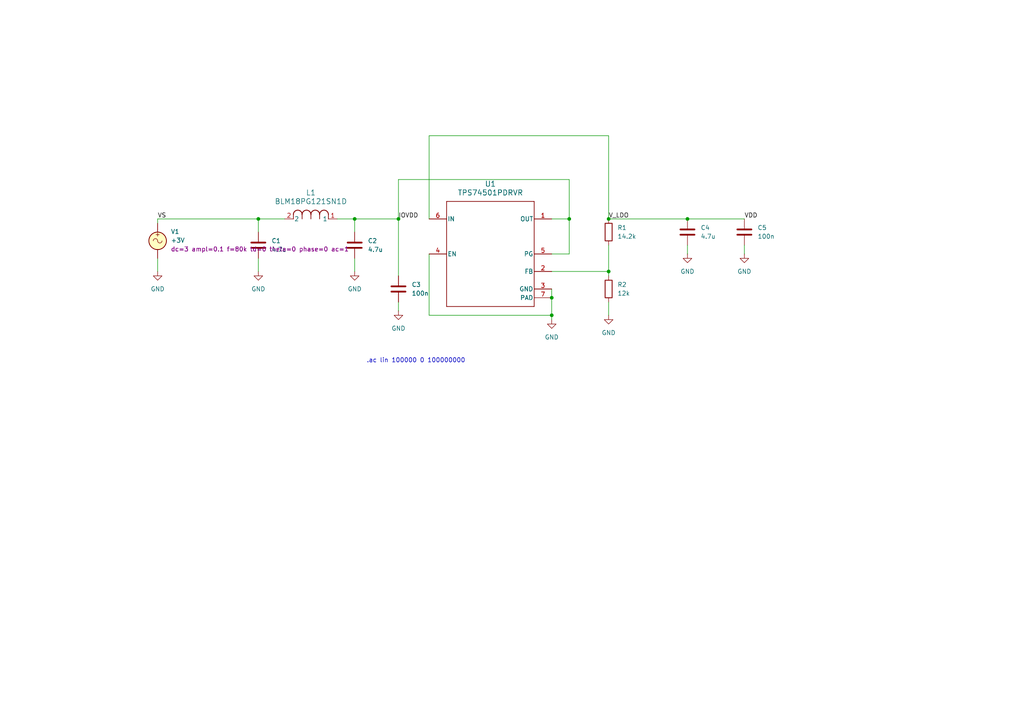
<source format=kicad_sch>
(kicad_sch (version 20231120) (generator "eeschema") (generator_version "8.0")
  (paper "A4")
  (lib_symbols
    (symbol "2024-09-16_06-39-17:BLM18PG121SN1D" (pin_names (offset 0.254))
      (property "Reference" "L" (at 6.985 5.08 0))
      (property "Value" "BLM18PG121SN1D" (at 6.985 -2.54 0))
      (symbol "BLM18PG121SN1D_1_1"
        (polyline (pts (xy 2.54 0) (xy 2.54 1.27)) (stroke (width 0.2032)))
        (polyline (pts (xy 5.08 0) (xy 5.08 1.27)) (stroke (width 0.2032)))
        (polyline (pts (xy 7.62 0) (xy 7.62 1.27)) (stroke (width 0.2032)))
        (polyline (pts (xy 10.16 0) (xy 10.16 1.27)) (stroke (width 0.2032)))
        (polyline (pts (xy 12.7 0) (xy 12.7 1.27)) (stroke (width 0.2032)))
        (arc (start 5.08 1.27) (mid 3.81 2.5344) (end 2.54 1.27) (stroke (width 0.254)))
        (arc (start 7.62 1.27) (mid 6.35 2.5344) (end 5.08 1.27) (stroke (width 0.254)))
        (arc (start 10.16 1.27) (mid 8.89 2.5344) (end 7.62 1.27) (stroke (width 0.254)))
        (arc (start 12.7 1.27) (mid 11.43 2.5344) (end 10.16 1.27) (stroke (width 0.254)))
        (pin unspecified line (at 15.24 0 180) (length 2.54) (name "1") (number "1"))
        (pin unspecified line (at 0 0 0) (length 2.54) (name "2") (number "2"))
      )
      (symbol "BLM18PG121SN1D_1_2"
        (arc (start -1.27 5.08) (mid -2.5344 3.81) (end -1.27 2.54) (stroke (width 0.254)))
        (arc (start -1.27 7.62) (mid -2.5344 6.35) (end -1.27 5.08) (stroke (width 0.254)))
        (arc (start -1.27 10.16) (mid -2.5344 8.89) (end -1.27 7.62) (stroke (width 0.254)))
        (arc (start -1.27 12.7) (mid -2.5344 11.43) (end -1.27 10.16) (stroke (width 0.254)))
        (polyline (pts (xy 0 2.54) (xy -1.27 2.54)) (stroke (width 0.2032)))
        (polyline (pts (xy 0 5.08) (xy -1.27 5.08)) (stroke (width 0.2032)))
        (polyline (pts (xy 0 7.62) (xy -1.27 7.62)) (stroke (width 0.2032)))
        (polyline (pts (xy 0 10.16) (xy -1.27 10.16)) (stroke (width 0.2032)))
        (polyline (pts (xy 0 12.7) (xy -1.27 12.7)) (stroke (width 0.2032)))
        (pin unspecified line (at 0 15.24 270) (length 2.54) (name "1") (number "1"))
        (pin unspecified line (at 0 0 90) (length 2.54) (name "2") (number "2"))
      )
    )
    (symbol "Device:C" (pin_numbers hide) (pin_names (offset 0.254))
      (property "Reference" "C" (at 0.635 2.54 0))
      (property "Value" "C" (at 0.635 -2.54 0))
      (symbol "C_0_1"
        (polyline (pts (xy -2.032 -0.762) (xy 2.032 -0.762)) (stroke (width 0.508)))
        (polyline (pts (xy -2.032 0.762) (xy 2.032 0.762)) (stroke (width 0.508)))
      )
      (symbol "C_1_1"
        (pin passive line (at 0 3.81 270) (length 2.794) (name "~") (number "1"))
        (pin passive line (at 0 -3.81 90) (length 2.794) (name "~") (number "2"))
      )
    )
    (symbol "Device:R" (pin_numbers hide) (pin_names (offset 0))
      (property "Reference" "R" (at 2.032 0 90))
      (property "Value" "R" (at 0 0 90))
      (symbol "R_0_1"
        (rectangle (start -1.016 -2.54) (end 1.016 2.54) (stroke (width 0.254)))
      )
      (symbol "R_1_1"
        (pin passive line (at 0 3.81 270) (length 1.27) (name "~") (number "1"))
        (pin passive line (at 0 -3.81 90) (length 1.27) (name "~") (number "2"))
      )
    )
    (symbol "Simulation_SPICE:VSIN" (pin_numbers hide) (pin_names (offset 0.0254))
      (property "Reference" "V" (at 2.54 2.54 0))
      (property "Value" "VSIN" (at 2.54 0 0))
      (property "Sim.Params" "dc=0 ampl=1 f=1k ac=1" (at 2.54 -2.54 0))
      (symbol "VSIN_0_0"
        (arc (start 0 0) (mid -0.635 0.6323) (end -1.27 0))
        (arc (start 0 0) (mid 0.635 -0.6323) (end 1.27 0))
        (text "+" (at 0 1.905 0) (effects (font (size 1.27 1.27))))
      )
      (symbol "VSIN_0_1"
        (circle (center 0 0) (radius 2.54) (stroke (width 0.254)) (fill (type background)))
      )
      (symbol "VSIN_1_1"
        (pin passive line (at 0 5.08 270) (length 2.54) (name "~") (number "1"))
        (pin passive line (at 0 -5.08 90) (length 2.54) (name "~") (number "2"))
      )
    )
    (symbol "TPS745_LDO:TPS74501PDRVR" (pin_names (offset 0.254))
      (property "Reference" "U" (at 0 2.54 0))
      (property "Value" "TPS74501PDRVR" (at 0 0 0))
      (symbol "TPS74501PDRVR_0_1"
        (polyline (pts (xy -12.7 -15.24) (xy 12.7 -15.24)) (stroke (width 0.2032)))
        (polyline (pts (xy -12.7 15.24) (xy -12.7 -15.24)) (stroke (width 0.2032)))
        (polyline (pts (xy 12.7 -15.24) (xy 12.7 15.24)) (stroke (width 0.2032)))
        (polyline (pts (xy 12.7 15.24) (xy -12.7 15.24)) (stroke (width 0.2032)))
        (pin power_in line (at 17.78 10.16 180) (length 5.08) (name "OUT") (number "1"))
        (pin input line (at 17.78 -5.08 180) (length 5.08) (name "FB") (number "2"))
        (pin power_in line (at 17.78 -10.16 180) (length 5.08) (name "GND") (number "3"))
        (pin input line (at -17.78 0 0) (length 5.08) (name "EN") (number "4"))
        (pin open_collector line (at 17.78 0 180) (length 5.08) (name "PG") (number "5"))
        (pin power_in line (at -17.78 10.16 0) (length 5.08) (name "IN") (number "6"))
        (pin power_in line (at 17.78 -12.7 180) (length 5.08) (name "PAD") (number "7"))
      )
    )
    (symbol "power:GND" (power) (pin_numbers hide) (pin_names (offset 0) hide)
      (property "Value" "GND" (at 0 -3.81 0))
      (symbol "GND_0_1"
        (polyline (pts (xy 0 0) (xy 0 -1.27) (xy 1.27 -1.27) (xy 0 -2.54) (xy -1.27 -1.27) (xy 0 -1.27)))
      )
      (symbol "GND_1_1"
        (pin power_in line (at 0 0 270) (length 0) (name "~") (number "1"))
      )
    )
  )
  (junction (at 160.02 91.44))
  (junction (at 74.93 63.5))
  (junction (at 165.1 63.5))
  (junction (at 176.53 63.5))
  (junction (at 199.39 63.5))
  (junction (at 115.57 63.5))
  (junction (at 160.02 86.36))
  (junction (at 102.87 63.5))
  (junction (at 176.53 78.74))
  (wire (pts (xy 74.93 63.5) (xy 74.93 67.31)))
  (wire (pts (xy 160.02 86.36) (xy 160.02 91.44)))
  (wire (pts (xy 176.53 78.74) (xy 160.02 78.74)))
  (wire (pts (xy 102.87 63.5) (xy 115.57 63.5)))
  (wire (pts (xy 74.93 74.93) (xy 74.93 78.74)))
  (wire (pts (xy 102.87 74.93) (xy 102.87 78.74)))
  (wire (pts (xy 160.02 91.44) (xy 160.02 92.71)))
  (wire (pts (xy 115.57 52.07) (xy 165.1 52.07)))
  (wire (pts (xy 115.57 87.63) (xy 115.57 90.17)))
  (wire (pts (xy 74.93 63.5) (xy 82.55 63.5)))
  (wire (pts (xy 176.53 78.74) (xy 176.53 80.01)))
  (wire (pts (xy 165.1 63.5) (xy 165.1 52.07)))
  (wire (pts (xy 160.02 83.82) (xy 160.02 86.36)))
  (wire (pts (xy 199.39 71.12) (xy 199.39 73.66)))
  (wire (pts (xy 176.53 63.5) (xy 199.39 63.5)))
  (wire (pts (xy 45.72 64.77) (xy 45.72 63.5)))
  (wire (pts (xy 124.46 91.44) (xy 160.02 91.44)))
  (wire (pts (xy 176.53 71.12) (xy 176.53 78.74)))
  (wire (pts (xy 215.9 71.12) (xy 215.9 73.66)))
  (wire (pts (xy 124.46 39.37) (xy 176.53 39.37)))
  (wire (pts (xy 45.72 74.93) (xy 45.72 78.74)))
  (wire (pts (xy 102.87 63.5) (xy 102.87 67.31)))
  (wire (pts (xy 165.1 73.66) (xy 165.1 63.5)))
  (wire (pts (xy 45.72 63.5) (xy 74.93 63.5)))
  (wire (pts (xy 165.1 73.66) (xy 160.02 73.66)))
  (wire (pts (xy 115.57 63.5) (xy 115.57 80.01)))
  (wire (pts (xy 97.79 63.5) (xy 102.87 63.5)))
  (wire (pts (xy 124.46 63.5) (xy 124.46 39.37)))
  (wire (pts (xy 124.46 73.66) (xy 124.46 91.44)))
  (wire (pts (xy 115.57 52.07) (xy 115.57 63.5)))
  (wire (pts (xy 176.53 87.63) (xy 176.53 91.44)))
  (wire (pts (xy 199.39 63.5) (xy 215.9 63.5)))
  (wire (pts (xy 160.02 63.5) (xy 165.1 63.5)))
  (wire (pts (xy 176.53 39.37) (xy 176.53 63.5)))
  (text ".ac lin 100000 0 100000000" (at 120.65 104.648 0) (effects (font (size 1.27 1.27))))
  (label "V_LDO" (at 176.53 63.5 0))
  (label "VS" (at 45.72 63.5 0))
  (label "IOVDD" (at 115.57 63.5 0))
  (label "VDD" (at 215.9 63.5 0))
  (symbol (lib_id "Simulation_SPICE:VSIN") (at 45.72 69.85 0) (unit 1)
    (property "Reference" "V1" (at 49.53 67.1801 0) (effects (justify left)))
    (property "Value" "+3V" (at 49.53 69.7201 0) (effects (justify left)))
    (property "Datasheet" "https://ngspice.sourceforge.io/docs/ngspice-html-manual/manual.xhtml#sec_Independent_Sources_for" (effects (hide yes)))
    (property "Description" "Voltage source, sinusoidal" (effects (hide yes)))
    (property "Sim.Pins" "1=+ 2=-" (effects (hide yes)))
    (property "Sim.Params" "dc=3 ampl=0.1 f=80k td=0 theta=0 phase=0 ac=1" (at 49.53 72.2601 0) (effects (justify left)))
    (property "Sim.Type" "SIN" (effects (hide yes)))
    (property "Sim.Device" "V" (effects (hide yes)))
  )
  (symbol (lib_id "Device:R") (at 176.53 67.31 0) (unit 1)
    (property "Reference" "R1" (at 179.07 66.0399 0) (effects (justify left)))
    (property "Value" "14.2k" (at 179.07 68.5799 0) (effects (justify left)))
    (property "Description" "Resistor" (effects (hide yes)))
  )
  (symbol (lib_id "Device:C") (at 215.9 67.31 0) (unit 1)
    (property "Reference" "C5" (at 219.71 66.0399 0) (effects (justify left)))
    (property "Value" "100n" (at 219.71 68.5799 0) (effects (justify left)))
    (property "Description" "Unpolarized capacitor" (effects (hide yes)))
  )
  (symbol (lib_id "power:GND") (at 102.87 78.74 0) (unit 1)
    (property "Reference" "#PWR03" (effects (hide yes)))
    (property "Value" "GND" (at 102.87 83.82 0))
    (property "Description" "Power symbol creates a global label with name \"GND\" , ground" (effects (hide yes)))
  )
  (symbol (lib_id "power:GND") (at 176.53 91.44 0) (unit 1)
    (property "Reference" "#PWR05" (effects (hide yes)))
    (property "Value" "GND" (at 176.53 96.52 0))
    (property "Description" "Power symbol creates a global label with name \"GND\" , ground" (effects (hide yes)))
  )
  (symbol (lib_id "power:GND") (at 45.72 78.74 0) (unit 1)
    (property "Reference" "#PWR01" (effects (hide yes)))
    (property "Value" "GND" (at 45.72 83.82 0))
    (property "Description" "Power symbol creates a global label with name \"GND\" , ground" (effects (hide yes)))
  )
  (symbol (lib_id "Device:C") (at 102.87 71.12 0) (unit 1)
    (property "Reference" "C2" (at 106.68 69.8499 0) (effects (justify left)))
    (property "Value" "4.7u" (at 106.68 72.3899 0) (effects (justify left)))
    (property "Description" "Unpolarized capacitor" (effects (hide yes)))
  )
  (symbol (lib_id "power:GND") (at 160.02 92.71 0) (unit 1)
    (property "Reference" "#PWR08" (effects (hide yes)))
    (property "Value" "GND" (at 160.02 97.79 0))
    (property "Description" "Power symbol creates a global label with name \"GND\" , ground" (effects (hide yes)))
  )
  (symbol (lib_id "power:GND") (at 115.57 90.17 0) (unit 1)
    (property "Reference" "#PWR04" (effects (hide yes)))
    (property "Value" "GND" (at 115.57 95.25 0))
    (property "Description" "Power symbol creates a global label with name \"GND\" , ground" (effects (hide yes)))
  )
  (symbol (lib_id "Device:C") (at 74.93 71.12 0) (unit 1)
    (property "Reference" "C1" (at 78.74 69.8499 0) (effects (justify left)))
    (property "Value" "4.7u" (at 78.74 72.3899 0) (effects (justify left)))
    (property "Description" "Unpolarized capacitor" (effects (hide yes)))
  )
  (symbol (lib_id "Device:C") (at 115.57 83.82 0) (unit 1)
    (property "Reference" "C3" (at 119.38 82.5499 0) (effects (justify left)))
    (property "Value" "100n" (at 119.38 85.0899 0) (effects (justify left)))
    (property "Description" "Unpolarized capacitor" (effects (hide yes)))
  )
  (symbol (lib_id "power:GND") (at 74.93 78.74 0) (unit 1)
    (property "Reference" "#PWR02" (effects (hide yes)))
    (property "Value" "GND" (at 74.93 83.82 0))
    (property "Description" "Power symbol creates a global label with name \"GND\" , ground" (effects (hide yes)))
  )
  (symbol (lib_id "Device:R") (at 176.53 83.82 0) (unit 1)
    (property "Reference" "R2" (at 179.07 82.5499 0) (effects (justify left)))
    (property "Value" "12k" (at 179.07 85.0899 0) (effects (justify left)))
    (property "Description" "Resistor" (effects (hide yes)))
  )
  (symbol (lib_id "power:GND") (at 199.39 73.66 0) (unit 1)
    (property "Reference" "#PWR06" (effects (hide yes)))
    (property "Value" "GND" (at 199.39 78.74 0))
    (property "Description" "Power symbol creates a global label with name \"GND\" , ground" (effects (hide yes)))
  )
  (symbol (lib_id "TPS745_LDO:TPS74501PDRVR") (at 142.24 73.66 0) (unit 1)
    (property "Reference" "U1" (at 142.24 53.34 0) (effects (font (size 1.524 1.524))))
    (property "Value" "TPS74501PDRVR" (at 142.24 55.88 0) (effects (font (size 1.524 1.524))))
    (property "Footprint" "DRV0006A" (effects (hide yes)))
    (property "Datasheet" "TPS74501PDRVR" (effects (hide yes)))
    (property "Sim.Library" "/home/maxwell/github-repos/sp-24-EE628/6_Test/2_PCB/test_board_1/TestBoardEDA/models/TPS74501P_TRANS.lib" (effects (hide yes)))
    (property "Sim.Name" "TPS74501P_TRANS" (effects (hide yes)))
    (property "Sim.Device" "SUBCKT" (effects (hide yes)))
    (property "Sim.Pins" "1=VOUT 2=FB 3=GND 4=EN 5=PG 6=VIN" (effects (hide yes)))
  )
  (symbol (lib_id "power:GND") (at 215.9 73.66 0) (unit 1)
    (property "Reference" "#PWR07" (effects (hide yes)))
    (property "Value" "GND" (at 215.9 78.74 0))
    (property "Description" "Power symbol creates a global label with name \"GND\" , ground" (effects (hide yes)))
  )
  (symbol (lib_id "Device:C") (at 199.39 67.31 0) (unit 1)
    (property "Reference" "C4" (at 203.2 66.0399 0) (effects (justify left)))
    (property "Value" "4.7u" (at 203.2 68.5799 0) (effects (justify left)))
    (property "Description" "Unpolarized capacitor" (effects (hide yes)))
  )
  (symbol (lib_id "2024-09-16_06-39-17:BLM18PG121SN1D") (at 82.55 63.5 0) (unit 1)
    (property "Reference" "L1" (at 90.17 55.88 0) (effects (font (size 1.524 1.524))))
    (property "Value" "BLM18PG121SN1D" (at 90.17 58.42 0) (effects (font (size 1.524 1.524))))
    (property "Footprint" "IND_BLM18_0603_MUR" (effects (hide yes)))
    (property "Datasheet" "BLM18PG121SN1D" (effects (hide yes)))
    (property "Sim.Library" "/home/maxwell/github-repos/sp-24-EE628/6_Test/2_PCB/test_board_1/TestBoardEDA/models/BLM18PG121SN1.mod" (effects (hide yes)))
    (property "Sim.Name" "BLM18PG121SN1" (effects (hide yes)))
    (property "Sim.Device" "SUBCKT" (effects (hide yes)))
    (property "Sim.Pins" "1=port1 2=port2" (effects (hide yes)))
  )
)
</source>
